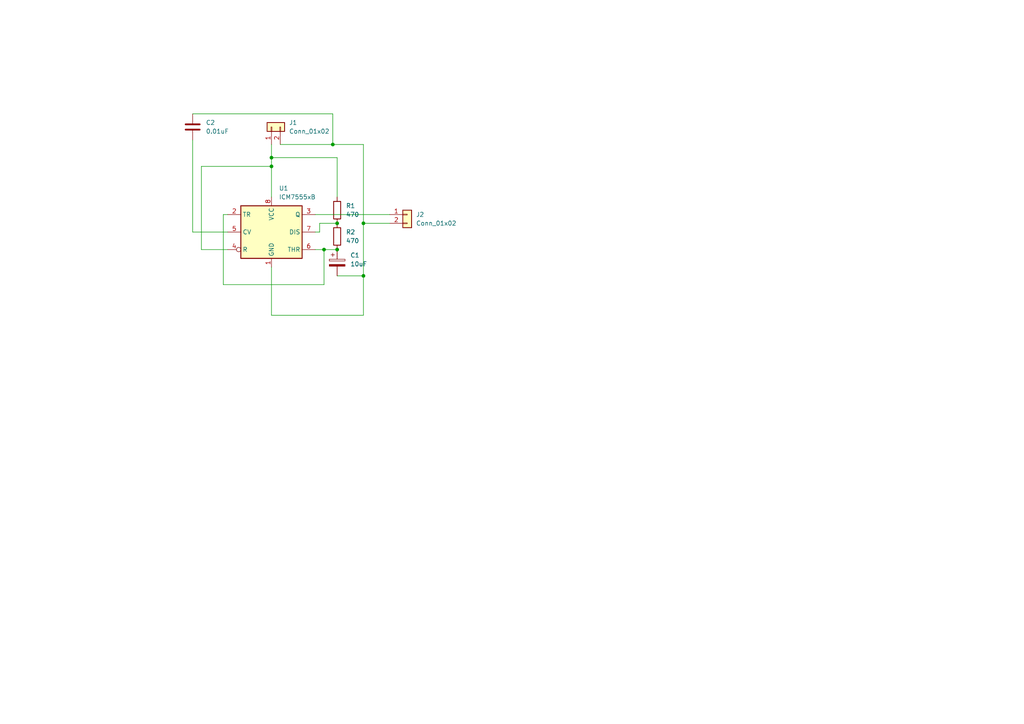
<source format=kicad_sch>
(kicad_sch (version 20250114) (generator "eeschema") (generator_version "9.0")
  (paper "A4")
  (lib_symbols
    (symbol "Connector_Generic:Conn_01x02" (pin_names (offset 1.016) (hide yes))
      (property "Reference" "J" (at 0 2.54 0))
      (property "Value" "Conn_01x02" (at 0 -5.08 0))
      (symbol "Conn_01x02_1_1"
        (rectangle (start -1.27 1.27) (end 1.27 -3.81) (stroke (width 0.254)) (fill (type background)))
        (rectangle (start -1.27 0.127) (end 0 -0.127) (stroke (width 0.1524)))
        (rectangle (start -1.27 -2.413) (end 0 -2.667) (stroke (width 0.1524)))
        (pin passive line (at -5.08 0 0) (length 3.81) (name "Pin_1") (number "1"))
        (pin passive line (at -5.08 -2.54 0) (length 3.81) (name "Pin_2") (number "2"))
      )
    )
    (symbol "Device:C" (pin_numbers (hide yes)) (pin_names (offset 0.254))
      (property "Reference" "C" (at 0.635 2.54 0))
      (property "Value" "C" (at 0.635 -2.54 0))
      (symbol "C_0_1"
        (polyline (pts (xy -2.032 0.762) (xy 2.032 0.762)) (stroke (width 0.508)))
        (polyline (pts (xy -2.032 -0.762) (xy 2.032 -0.762)) (stroke (width 0.508)))
      )
      (symbol "C_1_1"
        (pin passive line (at 0 3.81 270) (length 2.794) (name "~") (number "1"))
        (pin passive line (at 0 -3.81 90) (length 2.794) (name "~") (number "2"))
      )
    )
    (symbol "Device:C_Polarized" (pin_numbers (hide yes)) (pin_names (offset 0.254))
      (property "Reference" "C" (at 0.635 2.54 0))
      (property "Value" "C_Polarized" (at 0.635 -2.54 0))
      (symbol "C_Polarized_0_1"
        (rectangle (start -2.286 0.508) (end 2.286 1.016))
        (polyline (pts (xy -1.778 2.286) (xy -0.762 2.286)))
        (polyline (pts (xy -1.27 2.794) (xy -1.27 1.778)))
        (rectangle (start 2.286 -0.508) (end -2.286 -1.016) (fill (type outline)))
      )
      (symbol "C_Polarized_1_1"
        (pin passive line (at 0 3.81 270) (length 2.794) (name "~") (number "1"))
        (pin passive line (at 0 -3.81 90) (length 2.794) (name "~") (number "2"))
      )
    )
    (symbol "Device:R" (pin_numbers (hide yes)) (pin_names (offset 0))
      (property "Reference" "R" (at 2.032 0 90))
      (property "Value" "R" (at 0 0 90))
      (symbol "R_0_1"
        (rectangle (start -1.016 -2.54) (end 1.016 2.54) (stroke (width 0.254)))
      )
      (symbol "R_1_1"
        (pin passive line (at 0 3.81 270) (length 1.27) (name "~") (number "1"))
        (pin passive line (at 0 -3.81 90) (length 1.27) (name "~") (number "2"))
      )
    )
    (symbol "Timer:ICM7555xB"
      (property "Reference" "U" (at -10.16 8.89 0))
      (property "Value" "ICM7555xB" (at 2.54 8.89 0))
      (symbol "ICM7555xB_0_0"
        (pin power_in line (at 0 10.16 270) (length 2.54) (name "VCC") (number "8"))
        (pin power_in line (at 0 -10.16 90) (length 2.54) (name "GND") (number "1"))
      )
      (symbol "ICM7555xB_0_1"
        (rectangle (start -8.89 -7.62) (end 8.89 7.62) (stroke (width 0.254)) (fill (type background)))
        (rectangle (start -8.89 -7.62) (end 8.89 7.62) (stroke (width 0.254)) (fill (type background)))
      )
      (symbol "ICM7555xB_1_1"
        (pin input line (at -12.7 5.08 0) (length 3.81) (name "TR") (number "2"))
        (pin input line (at -12.7 0 0) (length 3.81) (name "CV") (number "5"))
        (pin input inverted (at -12.7 -5.08 0) (length 3.81) (name "R") (number "4"))
        (pin output line (at 12.7 5.08 180) (length 3.81) (name "Q") (number "3"))
        (pin input line (at 12.7 0 180) (length 3.81) (name "DIS") (number "7"))
        (pin input line (at 12.7 -5.08 180) (length 3.81) (name "THR") (number "6"))
      )
    )
  )
  (junction (at 105.41 64.77))
  (junction (at 96.52 41.91))
  (junction (at 78.74 45.72))
  (junction (at 97.79 72.39))
  (junction (at 97.79 64.77))
  (junction (at 105.41 80.01))
  (junction (at 93.98 72.39))
  (junction (at 78.74 48.26))
  (wire (pts (xy 105.41 64.77) (xy 105.41 41.91)))
  (wire (pts (xy 93.98 72.39) (xy 93.98 82.55)))
  (wire (pts (xy 78.74 41.91) (xy 78.74 45.72)))
  (wire (pts (xy 78.74 45.72) (xy 97.79 45.72)))
  (wire (pts (xy 97.79 57.15) (xy 97.79 45.72)))
  (wire (pts (xy 92.71 64.77) (xy 97.79 64.77)))
  (wire (pts (xy 92.71 67.31) (xy 92.71 64.77)))
  (wire (pts (xy 91.44 67.31) (xy 92.71 67.31)))
  (wire (pts (xy 91.44 62.23) (xy 113.03 62.23)))
  (wire (pts (xy 97.79 80.01) (xy 105.41 80.01)))
  (wire (pts (xy 78.74 45.72) (xy 78.74 48.26)))
  (wire (pts (xy 64.77 82.55) (xy 64.77 62.23)))
  (wire (pts (xy 58.42 48.26) (xy 78.74 48.26)))
  (wire (pts (xy 93.98 72.39) (xy 97.79 72.39)))
  (wire (pts (xy 78.74 91.44) (xy 105.41 91.44)))
  (wire (pts (xy 105.41 91.44) (xy 105.41 80.01)))
  (wire (pts (xy 105.41 64.77) (xy 113.03 64.77)))
  (wire (pts (xy 105.41 41.91) (xy 96.52 41.91)))
  (wire (pts (xy 78.74 48.26) (xy 78.74 57.15)))
  (wire (pts (xy 66.04 72.39) (xy 58.42 72.39)))
  (wire (pts (xy 91.44 72.39) (xy 93.98 72.39)))
  (wire (pts (xy 55.88 33.02) (xy 96.52 33.02)))
  (wire (pts (xy 55.88 67.31) (xy 55.88 40.64)))
  (wire (pts (xy 78.74 77.47) (xy 78.74 91.44)))
  (wire (pts (xy 105.41 80.01) (xy 105.41 64.77)))
  (wire (pts (xy 64.77 62.23) (xy 66.04 62.23)))
  (wire (pts (xy 96.52 33.02) (xy 96.52 41.91)))
  (wire (pts (xy 93.98 82.55) (xy 64.77 82.55)))
  (wire (pts (xy 66.04 67.31) (xy 55.88 67.31)))
  (wire (pts (xy 58.42 72.39) (xy 58.42 48.26)))
  (wire (pts (xy 96.52 41.91) (xy 81.28 41.91)))
  (symbol (lib_id "Device:C") (at 55.88 36.83 0) (unit 1)
    (property "Reference" "C2" (at 59.69 35.5599 0) (effects (justify left)))
    (property "Value" "0.01uF" (at 59.69 38.0999 0) (effects (justify left)))
    (property "Footprint" "Capacitor_THT:C_Disc_D4.3mm_W1.9mm_P5.00mm" (effects (hide yes)))
    (property "Description" "Unpolarized capacitor" (effects (hide yes)))
  )
  (symbol (lib_id "Connector_Generic:Conn_01x02") (at 78.74 36.83 90) (unit 1)
    (property "Reference" "J1" (at 83.82 35.5599 90) (effects (justify right)))
    (property "Value" "Conn_01x02" (at 83.82 38.0999 90) (effects (justify right)))
    (property "Footprint" "TerminalBlock:TerminalBlock_bornier-2_P5.08mm" (effects (hide yes)))
    (property "Description" "Generic connector, single row, 01x02, script generated (kicad-library-utils/schlib/autogen/connector/)" (effects (hide yes)))
  )
  (symbol (lib_id "Device:R") (at 97.79 60.96 0) (unit 1)
    (property "Reference" "R1" (at 100.33 59.6899 0) (effects (justify left)))
    (property "Value" "470" (at 100.33 62.2299 0) (effects (justify left)))
    (property "Footprint" "Resistor_THT:R_Axial_DIN0204_L3.6mm_D1.6mm_P7.62mm_Horizontal" (effects (hide yes)))
    (property "Description" "Resistor" (effects (hide yes)))
  )
  (symbol (lib_id "Device:C_Polarized") (at 97.79 76.2 0) (unit 1)
    (property "Reference" "C1" (at 101.6 74.0409 0) (effects (justify left)))
    (property "Value" "10uF" (at 101.6 76.5809 0) (effects (justify left)))
    (property "Footprint" "Capacitor_THT:CP_Radial_D5.0mm_P2.50mm" (effects (hide yes)))
    (property "Description" "Polarized capacitor" (effects (hide yes)))
  )
  (symbol (lib_id "Timer:ICM7555xB") (at 78.74 67.31 0) (unit 1)
    (property "Reference" "U1" (at 80.8833 54.61 0) (effects (justify left)))
    (property "Value" "ICM7555xB" (at 80.8833 57.15 0) (effects (justify left)))
    (property "Footprint" "Package_DIP:DIP-8_W7.62mm_Socket" (effects (hide yes)))
    (property "Datasheet" "http://www.intersil.com/content/dam/Intersil/documents/icm7/icm7555-56.pdf" (effects (hide yes)))
    (property "Description" "CMOS General Purpose Timer, 555 compatible, SOIC-8" (effects (hide yes)))
  )
  (symbol (lib_id "Device:R") (at 97.79 68.58 0) (unit 1)
    (property "Reference" "R2" (at 100.33 67.3099 0) (effects (justify left)))
    (property "Value" "470" (at 100.33 69.8499 0) (effects (justify left)))
    (property "Footprint" "Resistor_THT:R_Axial_DIN0204_L3.6mm_D1.6mm_P7.62mm_Horizontal" (effects (hide yes)))
    (property "Description" "Resistor" (effects (hide yes)))
  )
  (symbol (lib_id "Connector_Generic:Conn_01x02") (at 118.11 62.23 0) (unit 1)
    (property "Reference" "J2" (at 120.65 62.2299 0) (effects (justify left)))
    (property "Value" "Conn_01x02" (at 120.65 64.7699 0) (effects (justify left)))
    (property "Footprint" "TerminalBlock:TerminalBlock_bornier-2_P5.08mm" (effects (hide yes)))
    (property "Description" "Generic connector, single row, 01x02, script generated (kicad-library-utils/schlib/autogen/connector/)" (effects (hide yes)))
  )
)
</source>
